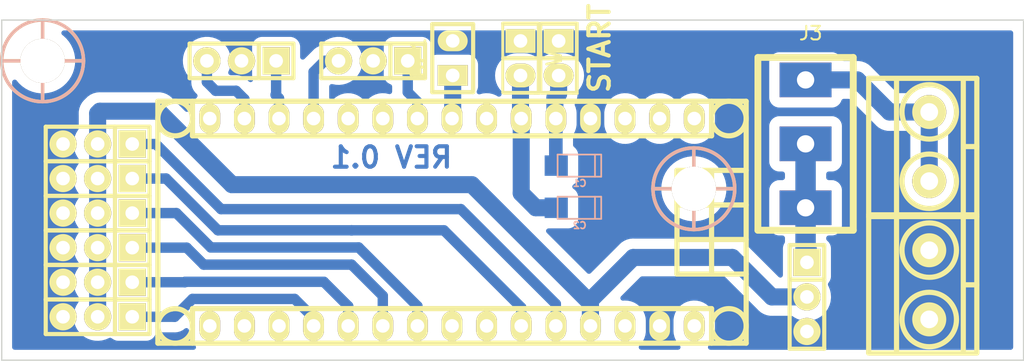
<source format=kicad_pcb>
(kicad_pcb (version 20211014) (generator pcbnew)
  (title_block (date "jeu. 02 avril 2015"))
  (layers (0 "F.Cu" signal) (31 "B.Cu" signal) (34 "B.Paste" user) (35 "F.Paste" user) (36 "B.SilkS" user "B.Silkscreen") (37 "F.SilkS" user "F.Silkscreen") (38 "B.Mask" user) (39 "F.Mask" user) (44 "Edge.Cuts" user))
  (net 0 "")
  (net 1 "GND")
  (net 2 "/Vin")
  (net 3 "/START")
  (net 4 "/ESTRATEGIA")
  (net 5 "/BUZZER")
  (net 6 "/TATAMI_FI")
  (net 7 "/TATAMI_FD")
  (net 8 "+5V")
  (net 9 "/M1B")
  (net 10 "/M1A")
  (net 11 "/M2B")
  (net 12 "/M2A")
  (net 13 "/VBAT")
  (net 14 "/Vstep")
  (net 15 "/IR_D")
  (net 16 "/IR_I")
  (net 17 "+3V3")
  (net 18 "/AREF")
  (net 19 "/IR_FD")
  (net 20 "/IR_FI")
  (footprint "EESTN5:Pin_strip_2" (layer "F.Cu") (at 155.6 111.8 90)
    (fp_text reference "BZ1" (at 0 -2.5 90) (layer "F.SilkS") (effects (font (size 1.016 1.016) (thickness 0.2032))))
    (fp_text value "Buzzer" hide)
    (fp_line (start -2.5 -1.5) (end 2.5 -1.5) (layer "F.SilkS") (width 0.3048))
    (fp_line (start 2.5 -1.5) (end 2.5 1.5) (layer "F.SilkS") (width 0.3048))
    (fp_line (start -2.5 1.5) (end -2.5 -1.5) (layer "F.SilkS") (width 0.3048))
    (fp_line (start 2.5 1.5) (end -2.5 1.5) (layer "F.SilkS") (width 0.3048))
    (pad "1" thru_hole rect locked (at -1.27 0 90) (size 1.524 2.19964) (drill 1.00076) (layers *.Cu *.Mask "F.SilkS") (net 5 "/BUZZER"))
    (pad "2" thru_hole oval locked (at 1.27 0 90) (size 1.524 2.19964) (drill 1.00076) (layers *.Cu *.Mask "F.SilkS") (net 1 "GND"))
  )
  (footprint "EESTN5:Pin_Strip_3" (layer "F.Cu") (at 129.54 125.73 180)
    (fp_text reference "J7" hide)
    (fp_text value "IR_FI" hide)
    (fp_line (start 3.81 -1.27) (end 3.81 1.27) (layer "F.SilkS") (width 0.3048))
    (fp_line (start -3.81 -1.27) (end 3.81 -1.27) (layer "F.SilkS") (width 0.3048))
    (fp_line (start 3.81 1.27) (end -3.81 1.27) (layer "F.SilkS") (width 0.3048))
    (fp_line (start -3.81 -1.27) (end -3.81 1.27) (layer "F.SilkS") (width 0.3048))
    (fp_line (start -1.27 -1.27) (end -1.27 1.27) (layer "F.SilkS") (width 0.3048))
    (pad "1" thru_hole rect locked (at -2.54 0 180) (size 2 2) (drill 1) (layers *.Cu *.Mask "F.SilkS") (net 20 "/IR_FI"))
    (pad "2" thru_hole oval locked (at 0 0 180) (size 2 2) (drill 1) (layers *.Cu *.Mask "F.SilkS") (net 8 "+5V"))
    (pad "3" thru_hole oval locked (at 2.54 0 180) (size 2 2) (drill 1) (layers *.Cu *.Mask "F.SilkS") (net 1 "GND"))
  )
  (footprint "EESTN5:Pin_Strip_3" (layer "F.Cu") (at 149.76 112 180)
    (fp_text reference "J12" hide)
    (fp_text value "MOTOR_DER" hide)
    (fp_line (start -1.27 -1.27) (end -1.27 1.27) (layer "F.SilkS") (width 0.3048))
    (fp_line (start -3.81 -1.27) (end -3.81 1.27) (layer "F.SilkS") (width 0.3048))
    (fp_line (start 3.81 1.27) (end -3.81 1.27) (layer "F.SilkS") (width 0.3048))
    (fp_line (start -3.81 -1.27) (end 3.81 -1.27) (layer "F.SilkS") (width 0.3048))
    (fp_line (start 3.81 -1.27) (end 3.81 1.27) (layer "F.SilkS") (width 0.3048))
    (pad "1" thru_hole rect locked (at -2.54 0 180) (size 2 2) (drill 1) (layers *.Cu *.Mask "F.SilkS") (net 9 "/M1B"))
    (pad "2" thru_hole oval locked (at 0 0 180) (size 2 2) (drill 1) (layers *.Cu *.Mask "F.SilkS") (net 1 "GND"))
    (pad "3" thru_hole oval locked (at 2.54 0 180) (size 2 2) (drill 1) (layers *.Cu *.Mask "F.SilkS") (net 10 "/M1A"))
  )
  (footprint "EESTN5:Separador_M3_5mm" (layer "F.Cu") (at 173.3 121.4)
    (fp_text reference "P4" hide)
    (fp_text value "Mounting_Hole" hide)
    (fp_line (start 0 -3) (end 0 3) (layer "B.SilkS") (width 0.254))
    (fp_line (start -3 0) (end 3 0) (layer "B.SilkS") (width 0.254))
    (fp_circle (center 0 0) (end 3 0) (layer "B.SilkS") (width 0.254) (fill none))
    (fp_line (start 0 -3) (end 0 3) (layer "F.SilkS") (width 0.254))
    (fp_line (start -3 0) (end 3 0) (layer "F.SilkS") (width 0.254))
    (fp_circle (center 0 0) (end 3 0) (layer "F.SilkS") (width 0.254) (fill none))
    (pad "1" thru_hole circle locked (at 0 0) (size 3.25 3.25) (drill 3.25) (layers *.Cu "F.SilkS"))
  )
  (footprint "EESTN5:Pin_Header_2" (layer "F.Cu") (at 163.6927 111.80695 -90)
    (fp_text reference "SW1" hide)
    (fp_text value "START" (at -0.73 -2.6825 -90) (layer "F.SilkS") (effects (font (size 1.5 1.5) (thickness 0.3))))
    (fp_line (start 2.6035 -1.0795) (end -2.54 -1.0795) (layer "F.SilkS") (width 0.15))
    (fp_line (start -2.54 1.5875) (end -2.54 -0.9525) (layer "F.SilkS") (width 0.3048))
    (fp_line (start 2.6035 -1.0795) (end 2.6035 -0.6985) (layer "F.SilkS") (width 0.15))
    (fp_line (start 2.54 1.5875) (end -2.54 1.5875) (layer "F.SilkS") (width 0.15))
    (fp_line (start -2.6035 -0.889) (end -2.6035 -1.0795) (layer "F.SilkS") (width 0.15))
    (fp_line (start 2.6035 1.5875) (end 2.6035 -0.9525) (layer "F.SilkS") (width 0.15))
    (fp_line (start 2.54 1.651) (end 2.54 -1.016) (layer "F.SilkS") (width 0.15))
    (fp_line (start 2.4765 -1.016) (end 2.4765 1.5875) (layer "F.SilkS") (width 0.15))
    (fp_line (start 0 -0.9525) (end 0 1.5875) (layer "F.SilkS") (width 0.3048))
    (fp_line (start -2.54 -0.9525) (end 2.54 -0.9525) (layer "F.SilkS") (width 0.15))
    (fp_line (start 2.54 1.651) (end -2.6035 1.651) (layer "F.SilkS") (width 0.15))
    (pad "1" thru_hole rect locked (at -1.27 0.3175 270) (size 1.75 2.19964) (drill 1.00076) (layers *.Cu *.Mask "F.SilkS") (net 1 "GND"))
    (pad "2" thru_hole oval locked (at 1.27 0.3175 270) (size 1.75 2.19964) (drill 1.00076) (layers *.Cu *.Mask "F.SilkS") (net 3 "/START"))
  )
  (footprint "EESTN5:Pin_Header_2" (layer "F.Cu") (at 160.8927 111.80695 -90)
    (fp_text reference "SW2" (at 0 -2.159 90) (layer "F.SilkS") (effects (font (size 1.016 1.016) (thickness 0.2032))))
    (fp_text value "ESTRATEGIA" hide)
    (fp_line (start 2.54 1.5875) (end -2.54 1.5875) (layer "F.SilkS") (width 0.15))
    (fp_line (start 2.6035 1.5875) (end 2.6035 -0.9525) (layer "F.SilkS") (width 0.15))
    (fp_line (start 2.6035 -1.0795) (end -2.54 -1.0795) (layer "F.SilkS") (width 0.15))
    (fp_line (start 2.4765 -1.016) (end 2.4765 1.5875) (layer "F.SilkS") (width 0.15))
    (fp_line (start -2.54 -0.9525) (end 2.54 -0.9525) (layer "F.SilkS") (width 0.15))
    (fp_line (start 2.54 1.651) (end -2.6035 1.651) (layer "F.SilkS") (width 0.15))
    (fp_line (start 2.54 1.651) (end 2.54 -1.016) (layer "F.SilkS") (width 0.15))
    (fp_line (start -2.6035 -0.889) (end -2.6035 -1.0795) (layer "F.SilkS") (width 0.15))
    (fp_line (start 0 -0.9525) (end 0 1.5875) (layer "F.SilkS") (width 0.3048))
    (fp_line (start -2.54 1.5875) (end -2.54 -0.9525) (layer "F.SilkS") (width 0.3048))
    (fp_line (start 2.6035 -1.0795) (end 2.6035 -0.6985) (layer "F.SilkS") (width 0.15))
    (pad "1" thru_hole rect locked (at -1.27 0.3175 270) (size 1.75 2.19964) (drill 1.00076) (layers *.Cu *.Mask "F.SilkS") (net 1 "GND"))
    (pad "2" thru_hole oval locked (at 1.27 0.3175 270) (size 1.75 2.19964) (drill 1.00076) (layers *.Cu *.Mask "F.SilkS") (net 4 "/ESTRATEGIA"))
  )
  (footprint "EESTN5:BORNERA2_AZUL" (layer "F.Cu") (at 190.57625 128.46 90)
    (fp_text reference "J1" hide)
    (fp_text value "Bateria (+)" hide)
    (fp_line (start -5 -2.4) (end 5 -2.4) (layer "F.SilkS") (width 0.381))
    (fp_line (start -5.0165 -4.445) (end -5.0165 3.4925) (layer "F.SilkS") (width 0.381))
    (fp_line (start -5 2.5) (end 5 2.5) (layer "F.SilkS") (width 0.381))
    (fp_line (start 5.0165 3.4925) (end 5.0165 -4.445) (layer "F.SilkS") (width 0.381))
    (fp_line (start 5.0165 -4.445) (end -4.9835 -4.445) (layer "F.SilkS") (width 0.381))
    (fp_line (start 0 2.54) (end 0 3.4845) (layer "F.SilkS") (width 0.381))
    (fp_line (start -4.9835 3.4925) (end 5.0165 3.4925) (layer "F.SilkS") (width 0.381))
    (fp_circle (center 2.55 0) (end 0.55 0) (layer "F.SilkS") (width 0.381) (fill none))
    (fp_circle (center -2.55 0) (end -0.55 0) (layer "F.SilkS") (width 0.381) (fill none))
    (pad "1" thru_hole circle locked (at -2.54 0 90) (size 2.5 2.5) (drill 1.3) (layers *.Cu *.Mask "F.SilkS") (net 1 "GND"))
    (pad "2" thru_hole circle locked (at 2.54 0 90) (size 2.5 2.5) (drill 1.3) (layers *.Cu *.Mask "F.SilkS") (net 1 "GND"))
  )
  (footprint "EESTN5:Separador_M3_5mm" (layer "F.Cu") (at 125.5 112)
    (fp_text reference "P3" hide)
    (fp_text value "Mounting_Hole" hide)
    (fp_line (start -3 0) (end 3 0) (layer "B.SilkS") (width 0.254))
    (fp_line (start 0 -3) (end 0 3) (layer "B.SilkS") (width 0.254))
    (fp_circle (center 0 0) (end 3 0) (layer "B.SilkS") (width 0.254) (fill none))
    (fp_line (start -3 0) (end 3 0) (layer "F.SilkS") (width 0.254))
    (fp_line (start 0 -3) (end 0 3) (layer "F.SilkS") (width 0.254))
    (fp_circle (center 0 0) (end 3 0) (layer "F.SilkS") (width 0.254) (fill none))
    (pad "1" thru_hole circle locked (at 0 0) (size 3.25 3.25) (drill 3.25) (layers *.Cu "F.SilkS"))
  )
  (footprint "EESTN5:BORNERA2_AZUL" (layer "F.Cu") (at 190.57625 118.3 90)
    (fp_text reference "J2" hide)
    (fp_text value "Bateria (-)" hide)
    (fp_line (start -5 -2.4) (end 5 -2.4) (layer "F.SilkS") (width 0.381))
    (fp_line (start 5.0165 3.4925) (end 5.0165 -4.445) (layer "F.SilkS") (width 0.381))
    (fp_line (start -4.9835 3.4925) (end 5.0165 3.4925) (layer "F.SilkS") (width 0.381))
    (fp_line (start 5.0165 -4.445) (end -4.9835 -4.445) (layer "F.SilkS") (width 0.381))
    (fp_line (start -5.0165 -4.445) (end -5.0165 3.4925) (layer "F.SilkS") (width 0.381))
    (fp_line (start 0 2.54) (end 0 3.4845) (layer "F.SilkS") (width 0.381))
    (fp_line (start -5 2.5) (end 5 2.5) (layer "F.SilkS") (width 0.381))
    (fp_circle (center -2.55 0) (end -0.55 0) (layer "F.SilkS") (width 0.381) (fill none))
    (fp_circle (center 2.55 0) (end 0.55 0) (layer "F.SilkS") (width 0.381) (fill none))
    (pad "1" thru_hole circle locked (at -2.54 0 90) (size 2.5 2.5) (drill 1.3) (layers *.Cu *.Mask "F.SilkS") (net 13 "/VBAT"))
    (pad "2" thru_hole circle locked (at 2.54 0 90) (size 2.5 2.5) (drill 1.3) (layers *.Cu *.Mask "F.SilkS") (net 13 "/VBAT"))
  )
  (footprint "EESTN5:SW_SPDT_TH_Vertical" (layer "F.Cu") (at 181.5 118.1)
    (fp_text reference "J3" (at 0.381 -8.128) (layer "F.SilkS"))
    (fp_text value "SWITCH" hide)
    (fp_line (start 3.5 -6.35) (end -3.5 -6.35) (layer "F.SilkS") (width 0.5))
    (fp_line (start 3.5 -6.35) (end 3.5 6.35) (layer "F.SilkS") (width 0.508))
    (fp_line (start -3.5 6.35) (end 3.5 6.35) (layer "F.SilkS") (width 0.508))
    (fp_line (start -3.5 -6.35) (end -3.5 6.35) (layer "F.SilkS") (width 0.5))
    (pad "1" thru_hole rect locked (at 0 -4.7) (size 3.81 2.54) (drill 1.27) (layers *.Cu *.Mask) (net 13 "/VBAT"))
    (pad "2" thru_hole rect locked (at 0 0) (size 3.81 2.54) (drill 1.27) (layers *.Cu *.Mask) (net 14 "/Vstep"))
    (pad "3" thru_hole rect locked (at 0 4.7) (size 3.81 2.54) (drill 1.27) (layers *.Cu *.Mask) (net 14 "/Vstep"))
  )
  (footprint "EESTN5:Pin_Strip_3" (layer "F.Cu") (at 129.54 120.65 180)
    (fp_text reference "J5" hide)
    (fp_text value "Sensor TATAMI FD" hide)
    (fp_line (start -1.27 -1.27) (end -1.27 1.27) (layer "F.SilkS") (width 0.3048))
    (fp_line (start 3.81 1.27) (end -3.81 1.27) (layer "F.SilkS") (width 0.3048))
    (fp_line (start -3.81 -1.27) (end -3.81 1.27) (layer "F.SilkS") (width 0.3048))
    (fp_line (start 3.81 -1.27) (end 3.81 1.27) (layer "F.SilkS") (width 0.3048))
    (fp_line (start -3.81 -1.27) (end 3.81 -1.27) (layer "F.SilkS") (width 0.3048))
    (pad "1" thru_hole rect locked (at -2.54 0 180) (size 2 2) (drill 1) (layers *.Cu *.Mask "F.SilkS") (net 7 "/TATAMI_FD"))
    (pad "2" thru_hole oval locked (at 0 0 180) (size 2 2) (drill 1) (layers *.Cu *.Mask "F.SilkS") (net 8 "+5V"))
    (pad "3" thru_hole oval locked (at 2.54 0 180) (size 2 2) (drill 1) (layers *.Cu *.Mask "F.SilkS") (net 1 "GND"))
  )
  (footprint "EESTN5:Pin_Strip_3" (layer "F.Cu") (at 140.1 112 180)
    (fp_text reference "J11" hide)
    (fp_text value "MOTOR_IZQ" hide)
    (fp_line (start 3.81 1.27) (end -3.81 1.27) (layer "F.SilkS") (width 0.3048))
    (fp_line (start 3.81 -1.27) (end 3.81 1.27) (layer "F.SilkS") (width 0.3048))
    (fp_line (start -3.81 -1.27) (end -3.81 1.27) (layer "F.SilkS") (width 0.3048))
    (fp_line (start -3.81 -1.27) (end 3.81 -1.27) (layer "F.SilkS") (width 0.3048))
    (fp_line (start -1.27 -1.27) (end -1.27 1.27) (layer "F.SilkS") (width 0.3048))
    (pad "1" thru_hole rect locked (at -2.54 0 180) (size 2 2) (drill 1) (layers *.Cu *.Mask "F.SilkS") (net 11 "/M2B"))
    (pad "2" thru_hole oval locked (at 0 0 180) (size 2 2) (drill 1) (layers *.Cu *.Mask "F.SilkS") (net 1 "GND"))
    (pad "3" thru_hole oval locked (at 2.54 0 180) (size 2 2) (drill 1) (layers *.Cu *.Mask "F.SilkS") (net 12 "/M2A"))
  )
  (footprint "EESTN5:Pin_Strip_3" (layer "F.Cu") (at 129.54 130.81 180)
    (fp_text reference "J10" hide)
    (fp_text value "IR_D" hide)
    (fp_line (start 3.81 -1.27) (end 3.81 1.27) (layer "F.SilkS") (width 0.3048))
    (fp_line (start -3.81 -1.27) (end 3.81 -1.27) (layer "F.SilkS") (width 0.3048))
    (fp_line (start 3.81 1.27) (end -3.81 1.27) (layer "F.SilkS") (width 0.3048))
    (fp_line (start -1.27 -1.27) (end -1.27 1.27) (layer "F.SilkS") (width 0.3048))
    (fp_line (start -3.81 -1.27) (end -3.81 1.27) (layer "F.SilkS") (width 0.3048))
    (pad "1" thru_hole rect locked (at -2.54 0 180) (size 2 2) (drill 1) (layers *.Cu *.Mask "F.SilkS") (net 15 "/IR_D"))
    (pad "2" thru_hole oval locked (at 0 0 180) (size 2 2) (drill 1) (layers *.Cu *.Mask "F.SilkS") (net 8 "+5V"))
    (pad "3" thru_hole oval locked (at 2.54 0 180) (size 2 2) (drill 1) (layers *.Cu *.Mask "F.SilkS") (net 1 "GND"))
  )
  (footprint "EESTN5:Pin_Strip_3" (layer "F.Cu") (at 181.6 129.35 -90)
    (fp_text reference "J6" hide)
    (fp_text value "STEP_DOWN" hide)
    (fp_line (start -1.27 -1.27) (end -1.27 1.27) (layer "F.SilkS") (width 0.3048))
    (fp_line (start 3.81 1.27) (end -3.81 1.27) (layer "F.SilkS") (width 0.3048))
    (fp_line (start -3.81 -1.27) (end 3.81 -1.27) (layer "F.SilkS") (width 0.3048))
    (fp_line (start -3.81 -1.27) (end -3.81 1.27) (layer "F.SilkS") (width 0.3048))
    (fp_line (start 3.81 -1.27) (end 3.81 1.27) (layer "F.SilkS") (width 0.3048))
    (pad "1" thru_hole rect locked (at -2.54 0 270) (size 2 2) (drill 1) (layers *.Cu *.Mask "F.SilkS") (net 14 "/Vstep"))
    (pad "2" thru_hole oval locked (at 0 0 270) (size 2 2) (drill 1) (layers *.Cu *.Mask "F.SilkS") (net 8 "+5V"))
    (pad "3" thru_hole oval locked (at 2.54 0 270) (size 2 2) (drill 1) (layers *.Cu *.Mask "F.SilkS") (net 1 "GND"))
  )
  (footprint "EESTN5:Pin_Strip_3" (layer "F.Cu") (at 129.54 123.19 180)
    (fp_text reference "J9" hide)
    (fp_text value "IR_I" hide)
    (fp_line (start 3.81 -1.27) (end 3.81 1.27) (layer "F.SilkS") (width 0.3048))
    (fp_line (start -3.81 -1.27) (end -3.81 1.27) (layer "F.SilkS") (width 0.3048))
    (fp_line (start 3.81 1.27) (end -3.81 1.27) (layer "F.SilkS") (width 0.3048))
    (fp_line (start -3.81 -1.27) (end 3.81 -1.27) (layer "F.SilkS") (width 0.3048))
    (fp_line (start -1.27 -1.27) (end -1.27 1.27) (layer "F.SilkS") (width 0.3048))
    (pad "1" thru_hole rect locked (at -2.54 0 180) (size 2 2) (drill 1) (layers *.Cu *.Mask "F.SilkS") (net 16 "/IR_I"))
    (pad "2" thru_hole oval locked (at 0 0 180) (size 2 2) (drill 1) (layers *.Cu *.Mask "F.SilkS") (net 8 "+5V"))
    (pad "3" thru_hole oval locked (at 2.54 0 180) (size 2 2) (drill 1) (layers *.Cu *.Mask "F.SilkS") (net 1 "GND"))
  )
  (footprint "EESTN5:arduino_nano_header" (layer "F.Cu") (at 155.55 123.86 180)
    (fp_text reference "J13" hide)
    (fp_text value "Arduino_Nano_Header" hide)
    (fp_line (start 21.59 -8.89) (end -21.59 -8.89) (layer "F.SilkS") (width 0.381))
    (fp_line (start -16.51 -1.27) (end -21.59 -1.27) (layer "F.SilkS") (width 0.381))
    (fp_line (start 19.05 8.89) (end 19.05 6.35) (layer "F.SilkS") (width 0.381))
    (fp_line (start -19.05 -8.89) (end -19.05 -6.35) (layer "F.SilkS") (width 0.381))
    (fp_line (start -19.05 6.35) (end 19.05 6.35) (layer "F.SilkS") (width 0.381))
    (fp_line (start -21.59 8.89) (end 21.59 8.89) (layer "F.SilkS") (width 0.381))
    (fp_line (start -21.59 -3.81) (end -16.51 -3.81) (layer "F.SilkS") (width 0.381))
    (fp_line (start 19.05 -6.35) (end -19.05 -6.35) (layer "F.SilkS") (width 0.381))
    (fp_line (start -19.05 -3.81) (end -19.05 3.81) (layer "F.SilkS") (width 0.381))
    (fp_line (start -19.05 8.89) (end -19.05 6.35) (layer "F.SilkS") (width 0.381))
    (fp_line (start -16.51 -3.81) (end -16.51 3.81) (layer "F.SilkS") (width 0.381))
    (fp_line (start -16.51 3.81) (end -21.59 3.81) (layer "F.SilkS") (width 0.381))
    (fp_line (start 19.05 -6.35) (end 19.05 -8.89) (layer "F.SilkS") (width 0.381))
    (fp_line (start -21.59 8.89) (end -21.59 -8.89) (layer "F.SilkS") (width 0.381))
    (fp_line (start -16.51 1.27) (end -21.59 1.27) (layer "F.SilkS") (width 0.381))
    (fp_line (start 21.59 8.89) (end 21.59 -8.89) (layer "F.SilkS") (width 0.381))
    (fp_circle (center -20.32 -7.62) (end -21.59 -7.62) (layer "F.SilkS") (width 0.381) (fill none))
    (fp_circle (center 20.32 7.62) (end 21.59 7.62) (layer "F.SilkS") (width 0.381) (fill none))
    (fp_circle (center 20.32 -7.62) (end 21.59 -7.62) (layer "F.SilkS") (width 0.381) (fill none))
    (fp_circle (center -20.32 7.62) (end -21.59 7.62) (layer "F.SilkS") (width 0.381) (fill none))
    (pad "1" thru_hole oval locked (at -17.78 7.62 180) (size 1.524 2.19964) (drill 1.00076) (layers *.Cu *.Mask "F.SilkS"))
    (pad "2" thru_hole oval locked (at -15.24 7.62 180) (size 1.524 2.19964) (drill 1.00076) (layers *.Cu *.Mask "F.SilkS"))
    (pad "3" thru_hole oval locked (at -12.7 7.62 180) (size 1.524 2.19964) (drill 1.00076) (layers *.Cu *.Mask "F.SilkS"))
    (pad "4" thru_hole oval locked (at -10.16 7.62 180) (size 1.524 2.19964) (drill 1.00076) (layers *.Cu *.Mask "F.SilkS") (net 1 "GND"))
    (pad "5" thru_hole oval locked (at -7.62 7.62 180) (size 1.524 2.19964) (drill 1.00076) (layers *.Cu *.Mask "F.SilkS") (net 3 "/START"))
    (pad "6" thru_hole oval locked (at -5.08 7.62 180) (size 1.524 2.19964) (drill 1.00076) (layers *.Cu *.Mask "F.SilkS") (net 4 "/ESTRATEGIA"))
    (pad "7" thru_hole oval locked (at -2.54 7.62 180) (size 1.524 2.19964) (drill 1.00076) (layers *.Cu *.Mask "F.SilkS"))
    (pad "8" thru_hole oval locked (at 0 7.62 180) (size 1.524 2.19964) (drill 1.00076) (layers *.Cu *.Mask "F.SilkS") (net 5 "/BUZZER"))
    (pad "9" thru_hole oval locked (at 2.54 7.62 180) (size 1.524 2.19964) (drill 1.00076) (layers *.Cu *.Mask "F.SilkS") (net 9 "/M1B"))
    (pad "10" thru_hole oval locked (at 5.08 7.62 180) (size 1.524 2.19964) (drill 1.00076) (layers *.Cu *.Mask "F.SilkS"))
    (pad "11" thru_hole oval locked (at 7.62 7.62 180) (size 1.524 2.19964) (drill 1.00076) (layers *.Cu *.Mask "F.SilkS"))
    (pad "12" thru_hole oval locked (at 10.16 7.62 180) (size 1.524 2.19964) (drill 1.00076) (layers *.Cu *.Mask "F.SilkS") (net 10 "/M1A"))
    (pad "13" thru_hole oval locked (at 12.7 7.62 180) (size 1.524 2.19964) (drill 1.00076) (layers *.Cu *.Mask "F.SilkS") (net 11 "/M2B"))
    (pad "14" thru_hole oval locked (at 15.24 7.62 180) (size 1.524 2.19964) (drill 1.00076) (layers *.Cu *.Mask "F.SilkS") (net 12 "/M2A"))
    (pad "15" thru_hole oval locked (at 17.78 7.62 180) (size 1.524 2.19964) (drill 1.00076) (layers *.Cu *.Mask "F.SilkS"))
    (pad "16" thru_hole oval locked (at 17.78 -7.62 180) (size 1.524 2.19964) (drill 1.00076) (layers *.Cu *.Mask "F.SilkS"))
    (pad "17" thru_hole oval locked (at 15.24 -7.62 180) (size 1.524 2.19964) (drill 1.00076) (layers *.Cu *.Mask "F.SilkS") (net 17 "+3V3"))
    (pad "18" thru_hole oval locked (at 12.7 -7.62 180) (size 1.524 2.19964) (drill 1.00076) (layers *.Cu *.Mask "F.SilkS") (net 18 "/AREF"))
    (pad "19" thru_hole oval locked (at 10.16 -7.62 180) (size 1.524 2.19964) (drill 1.00076) (layers *.Cu *.Mask "F.SilkS") (net 15 "/IR_D"))
    (pad "20" thru_hole oval locked (at 7.62 -7.62 180) (size 1.524 2.1971) (drill 1.00076) (layers *.Cu *.Mask "F.SilkS") (net 19 "/IR_FD"))
    (pad "21" thru_hole oval locked (at 5.08 -7.62 180) (size 1.524 2.1971) (drill 1.00076) (layers *.Cu *.Mask "F.SilkS") (net 20 "/IR_FI"))
    (pad "22" thru_hole oval locked (at 2.54 -7.62 180) (size 1.524 2.1971) (drill 1.00076) (layers *.Cu *.Mask "F.SilkS") (net 16 "/IR_I"))
    (pad "23" thru_hole oval locked (at 0 -7.62 180) (size 1.524 2.1971) (drill 1.00076) (layers *.Cu *.Mask "F.SilkS"))
    (pad "24" thru_hole oval locked (at -2.54 -7.62 180) (size 1.524 2.1971) (drill 0.99822) (layers *.Cu *.Mask "F.SilkS"))
    (pad "25" thru_hole oval locked (at -5.08 -7.62 180) (size 1.524 2.1971) (drill 0.99822) (layers *.Cu *.Mask "F.SilkS") (net 7 "/TATAMI_FD"))
    (pad "26" thru_hole oval locked (at -7.62 -7.62 180) (size 1.524 2.1971) (drill 0.99822) (layers *.Cu *.Mask "F.SilkS") (net 6 "/TATAMI_FI"))
    (pad "27" thru_hole oval locked (at -10.16 -7.62 180) (size 1.524 2.1971) (drill 0.99822) (layers *.Cu *.Mask "F.SilkS") (net 8 "+5V"))
    (pad "28" thru_hole oval locked (at -12.7 -7.62 180) (size 1.524 2.1971) (drill 0.99822) (layers *.Cu *.Mask "F.SilkS"))
    (pad "29" thru_hole oval locked (at -15.24 -7.62 180) (size 1.524 2.1971) (drill 0.99822) (layers *.Cu *.Mask "F.SilkS") (net 1 "GND"))
    (pad "30" thru_hole oval locked (at -17.78 -7.62 180) (size 1.524 2.1971) (drill 0.99822) (layers *.Cu *.Mask "F.SilkS") (net 2 "/Vin"))
  )
  (footprint "EESTN5:Pin_Strip_3" (layer "F.Cu") (at 129.54 128.27 180)
    (fp_text reference "J4" hide)
    (fp_text value "IR_FD" hide)
    (fp_line (start 3.81 1.27) (end -3.81 1.27) (layer "F.SilkS") (width 0.3048))
    (fp_line (start -3.81 -1.27) (end -3.81 1.27) (layer "F.SilkS") (width 0.3048))
    (fp_line (start -1.27 -1.27) (end -1.27 1.27) (layer "F.SilkS") (width 0.3048))
    (fp_line (start 3.81 -1.27) (end 3.81 1.27) (layer "F.SilkS") (width 0.3048))
    (fp_line (start -3.81 -1.27) (end 3.81 -1.27) (layer "F.SilkS") (width 0.3048))
    (pad "1" thru_hole rect locked (at -2.54 0 180) (size 2 2) (drill 1) (layers *.Cu *.Mask "F.SilkS") (net 19 "/IR_FD"))
    (pad "2" thru_hole oval locked (at 0 0 180) (size 2 2) (drill 1) (layers *.Cu *.Mask "F.SilkS") (net 8 "+5V"))
    (pad "3" thru_hole oval locked (at 2.54 0 180) (size 2 2) (drill 1) (layers *.Cu *.Mask "F.SilkS") (net 1 "GND"))
  )
  (footprint "EESTN5:Pin_Strip_3" (layer "F.Cu") (at 129.54 118.11 180)
    (fp_text reference "J8" hide)
    (fp_text value "Sensor TATAMI FI" hide)
    (fp_line (start -3.81 -1.27) (end -3.81 1.27) (layer "F.SilkS") (width 0.3048))
    (fp_line (start -3.81 -1.27) (end 3.81 -1.27) (layer "F.SilkS") (width 0.3048))
    (fp_line (start 3.81 -1.27) (end 3.81 1.27) (layer "F.SilkS") (width 0.3048))
    (fp_line (start 3.81 1.27) (end -3.81 1.27) (layer "F.SilkS") (width 0.3048))
    (fp_line (start -1.27 -1.27) (end -1.27 1.27) (layer "F.SilkS") (width 0.3048))
    (pad "1" thru_hole rect locked (at -2.54 0 180) (size 2 2) (drill 1) (layers *.Cu *.Mask "F.SilkS") (net 6 "/TATAMI_FI"))
    (pad "2" thru_hole oval locked (at 0 0 180) (size 2 2) (drill 1) (layers *.Cu *.Mask "F.SilkS") (net 8 "+5V"))
    (pad "3" thru_hole oval locked (at 2.54 0 180) (size 2 2) (drill 1) (layers *.Cu *.Mask "F.SilkS") (net 1 "GND"))
  )
  (footprint "EESTN5:CAP_TAN_A" (layer "B.Cu") (at 164.9 122.8)
    (fp_text reference "C2" (at 0.0254 1.2954) (layer "B.SilkS") (effects (font (size 0.50038 0.50038) (thickness 0.11938)) (justify mirror)))
    (fp_text value "10uF 16V" hide)
    (fp_line (start 1.6002 0.8128) (end -1.6002 0.8128) (layer "B.SilkS") (width 0.127))
    (fp_line (start -1.6002 -0.8128) (end 1.6002 -0.8128) (layer "B.SilkS") (width 0.127))
    (fp_line (start 1.6002 -0.8128) (end 1.6002 0.8128) (layer "B.SilkS") (width 0.127))
    (fp_line (start -1.6002 0.8128) (end -1.6002 -0.8128) (layer "B.SilkS") (width 0.127))
    (fp_line (start 1.143 -0.8128) (end 1.143 0.8128) (layer "B.SilkS") (width 0.127))
    (pad "1" smd rect locked (at -1.7 0) (size 1.7 1.5) (layers "B.Cu" "B.Paste" "B.Mask") (net 4 "/ESTRATEGIA"))
    (pad "2" smd rect locked (at 1.7 0) (size 1.7 1.5) (layers "B.Cu" "B.Paste" "B.Mask") (net 1 "GND"))
  )
  (footprint "EESTN5:CAP_TAN_A" (layer "B.Cu") (at 164.9 119.7)
    (fp_text reference "C1" (at 0.0254 1.2954) (layer "B.SilkS") (effects (font (size 0.50038 0.50038) (thickness 0.11938)) (justify mirror)))
    (fp_text value "10uF 16V" hide)
    (fp_line (start 1.6002 0.8128) (end -1.6002 0.8128) (layer "B.SilkS") (width 0.127))
    (fp_line (start -1.6002 -0.8128) (end 1.6002 -0.8128) (layer "B.SilkS") (width 0.127))
    (fp_line (start 1.6002 -0.8128) (end 1.6002 0.8128) (layer "B.SilkS") (width 0.127))
    (fp_line (start 1.143 -0.8128) (end 1.143 0.8128) (layer "B.SilkS") (width 0.127))
    (fp_line (start -1.6002 0.8128) (end -1.6002 -0.8128) (layer "B.SilkS") (width 0.127))
    (pad "1" smd rect locked (at -1.7 0) (size 1.7 1.5) (layers "B.Cu" "B.Paste" "B.Mask") (net 3 "/START"))
    (pad "2" smd rect locked (at 1.7 0) (size 1.7 1.5) (layers "B.Cu" "B.Paste" "B.Mask") (net 1 "GND"))
  )
  (gr_line (start 197.5 134) (end 197.5 109) (layer "Edge.Cuts") (width 0.1))
  (gr_line (start 197.5 109) (end 122.5 109) (layer "Edge.Cuts") (width 0.1))
  (gr_line (start 122.5 134) (end 122.5 109) (layer "Edge.Cuts") (width 0.1))
  (gr_line (start 122.5 134) (end 197.5 134) (layer "Edge.Cuts") (width 0.1))
  (gr_text "REV 0.1" (at 151.1 119.1) (layer "B.Cu") (effects (font (size 1.5 1.5) (thickness 0.3)) (justify mirror)))
  (segment (start 189.68625 131.89) (end 190.57625 131) (width 1.25) (layer "B.Cu") (net 1))
  (segment (start 181.6 131.89) (end 189.68625 131.89) (width 1.25) (layer "B.Cu") (net 1))
  (segment (start 171.2 128.5) (end 174.7 128.5) (width 1.25) (layer "B.Cu") (net 1))
  (segment (start 181.6 131.89) (end 178.09 131.89) (width 1.25) (layer "B.Cu") (net 1))
  (segment (start 170.79 130.49) (end 170.8 130.48) (width 1.25) (layer "B.Cu") (net 1))
  (segment (start 170.79 131.48) (end 170.79 130.49) (width 1.25) (layer "B.Cu") (net 1))
  (segment (start 190.57625 125.92) (end 190.57625 131) (width 1.25) (layer "B.Cu") (net 1))
  (segment (start 178.09 131.89) (end 177.24 131.04) (width 1.25) (layer "B.Cu") (net 1))
  (segment (start 174.7 128.5) (end 177.24 131.04) (width 1.25) (layer "B.Cu") (net 1))
  (segment (start 170.8 130.48) (end 170.8 128.9) (width 1.25) (layer "B.Cu") (net 1))
  (segment (start 170.8 128.9) (end 171.2 128.5) (width 1.25) (layer "B.Cu") (net 1))
  (segment (start 163.17 119.67) (end 163.2 119.7) (width 1) (layer "B.Cu") (net 3))
  (segment (start 163.1 116.17) (end 163.17 116.24) (width 1.25) (layer "B.Cu") (net 3))
  (segment (start 163.3752 114.4248) (end 163.1 114.7) (width 1.25) (layer "B.Cu") (net 3))
  (segment (start 163.3752 113.07695) (end 163.3752 114.4248) (width 1.25) (layer "B.Cu") (net 3))
  (segment (start 163.1 114.7) (end 163.1 116.17) (width 1.25) (layer "B.Cu") (net 3))
  (segment (start 163.17 116.24) (end 163.17 119.67) (width 1) (layer "B.Cu") (net 3))
  (segment (start 160.63 121.73) (end 160.63 116.24) (width 1.25) (layer "B.Cu") (net 4))
  (segment (start 160.5752 116.1852) (end 160.63 116.24) (width 1.25) (layer "B.Cu") (net 4))
  (segment (start 160.5752 113.07695) (end 160.5752 116.1852) (width 1.25) (layer "B.Cu") (net 4))
  (segment (start 163.2 122.8) (end 161.7 122.8) (width 1.25) (layer "B.Cu") (net 4))
  (segment (start 161.7 122.8) (end 160.63 121.73) (width 1.25) (layer "B.Cu") (net 4))
  (segment (start 155.6 116.19) (end 155.55 116.24) (width 1.25) (layer "B.Cu") (net 5))
  (segment (start 155.6 113.07) (end 155.6 116.19) (width 1.25) (layer "B.Cu") (net 5))
  (segment (start 133.81 118.11) (end 132.08 118.11) (width 0.762) (layer "B.Cu") (net 6))
  (segment (start 163.17 131.48) (end 163.17 129.87) (width 0.762) (layer "B.Cu") (net 6))
  (segment (start 156.2 122.9) (end 138.6 122.9) (width 0.762) (layer "B.Cu") (net 6))
  (segment (start 163.17 129.87) (end 156.2 122.9) (width 0.762) (layer "B.Cu") (net 6))
  (segment (start 138.6 122.9) (end 133.81 118.11) (width 0.762) (layer "B.Cu") (net 6))
  (segment (start 154.953621 124.453621) (end 148.17664 124.453621) (width 0.762) (layer "B.Cu") (net 7))
  (segment (start 148.176637 124.453618) (end 138.369574 124.453619) (width 0.762) (layer "B.Cu") (net 7))
  (segment (start 160.63 131.48) (end 160.63 130.13) (width 0.762) (layer "B.Cu") (net 7))
  (segment (start 134.565955 120.65) (end 132.08 120.65) (width 0.762) (layer "B.Cu") (net 7))
  (segment (start 160.63 130.13) (end 154.953621 124.453621) (width 0.762) (layer "B.Cu") (net 7))
  (segment (start 138.369574 124.453619) (end 134.565955 120.65) (width 0.762) (layer "B.Cu") (net 7))
  (segment (start 148.17664 124.453621) (end 148.176637 124.453618) (width 0.762) (layer "B.Cu") (net 7))
  (segment (start 129.54 115.86) (end 129.54 118.11) (width 1.25) (layer "B.Cu") (net 8))
  (segment (start 139.4 121.1) (end 134 115.7) (width 1.25) (layer "B.Cu") (net 8))
  (segment (start 129.54 120.65) (end 129.54 123.19) (width 1.25) (layer "B.Cu") (net 8))
  (segment (start 168.849511 126.450489) (end 176.124671 126.450489) (width 1.25) (layer "B.Cu") (net 8))
  (segment (start 165.71 129.80455) (end 157.00545 121.1) (width 1.25) (layer "B.Cu") (net 8))
  (segment (start 157.00545 121.1) (end 139.4 121.1) (width 1.25) (layer "B.Cu") (net 8))
  (segment (start 176.124671 126.450489) (end 179.024182 129.35) (width 1.25) (layer "B.Cu") (net 8))
  (segment (start 165.71 131.48) (end 165.71 129.59) (width 1.25) (layer "B.Cu") (net 8))
  (segment (start 129.54 123.19) (end 129.54 125.73) (width 1.25) (layer "B.Cu") (net 8))
  (segment (start 165.71 131.48) (end 165.71 129.80455) (width 1.25) (layer "B.Cu") (net 8))
  (segment (start 165.71 129.59) (end 168.849511 126.450489) (width 1.25) (layer "B.Cu") (net 8))
  (segment (start 134 115.7) (end 129.7 115.7) (width 1.25) (layer "B.Cu") (net 8))
  (segment (start 129.7 115.7) (end 129.54 115.86) (width 1.25) (layer "B.Cu") (net 8))
  (segment (start 129.54 125.73) (end 129.54 128.27) (width 1.25) (layer "B.Cu") (net 8))
  (segment (start 129.54 128.27) (end 129.54 130.81) (width 1.25) (layer "B.Cu") (net 8))
  (segment (start 179.024182 129.35) (end 181.6 129.35) (width 1.25) (layer "B.Cu") (net 8))
  (segment (start 129.54 118.11) (end 129.54 120.65) (width 1.25) (layer "B.Cu") (net 8))
  (segment (start 152.3 114.3) (end 153.01 115.01) (width 0.762) (layer "B.Cu") (net 9))
  (segment (start 153.01 115.01) (end 153.01 116.24) (width 0.762) (layer "B.Cu") (net 9))
  (segment (start 152.3 112) (end 152.3 114.3) (width 0.762) (layer "B.Cu") (net 9))
  (segment (start 147.22 112) (end 146.2 112) (width 0.762) (layer "B.Cu") (net 10))
  (segment (start 145.39 112.81) (end 145.39 116.24) (width 0.762) (layer "B.Cu") (net 10))
  (segment (start 146.2 112) (end 145.39 112.81) (width 0.762) (layer "B.Cu") (net 10))
  (segment (start 142.64 114.46) (end 142.64 112) (width 0.762) (layer "B.Cu") (net 11))
  (segment (start 142.85 114.75) (end 142.6 114.5) (width 0.762) (layer "B.Cu") (net 11))
  (segment (start 142.85 116.24) (end 142.85 114.75) (width 0.762) (layer "B.Cu") (net 11))
  (segment (start 142.6 114.5) (end 142.64 114.46) (width 0.762) (layer "B.Cu") (net 11))
  (segment (start 138.2 114.2) (end 137.56 113.56) (width 0.762) (layer "B.Cu") (net 12))
  (segment (start 137.56 113.56) (end 137.56 112) (width 0.762) (layer "B.Cu") (net 12))
  (segment (start 140.31 114.81) (end 139.7 114.2) (width 0.762) (layer "B.Cu") (net 12))
  (segment (start 140.31 116.24) (end 140.31 114.81) (width 0.762) (layer "B.Cu") (net 12))
  (segment (start 139.7 114.2) (end 138.2 114.2) (width 0.762) (layer "B.Cu") (net 12))
  (segment (start 181.5 113.4) (end 185.3 113.4) (width 1.25) (layer "B.Cu") (net 13))
  (segment (start 190.57625 120.84) (end 190.57625 115.76) (width 1.25) (layer "B.Cu") (net 13))
  (segment (start 185.3 113.4) (end 187.66 115.76) (width 1.25) (layer "B.Cu") (net 13))
  (segment (start 187.66 115.76) (end 190.57625 115.76) (width 1.25) (layer "B.Cu") (net 13))
  (segment (start 181.6 125.96) (end 181.5 125.86) (width 1.5) (layer "B.Cu") (net 14))
  (segment (start 181.5 125.86) (end 181.5 118.1) (width 1.5) (layer "B.Cu") (net 14))
  (segment (start 143.99966 129.49966) (end 136.50034 129.49966) (width 0.762) (layer "B.Cu") (net 15))
  (segment (start 145.39 131.48) (end 145.39 130.89) (width 0.762) (layer "B.Cu") (net 15))
  (segment (start 136.50034 129.49966) (end 135.19 130.81) (width 0.762) (layer "B.Cu") (net 15))
  (segment (start 135.19 130.81) (end 132.08 130.81) (width 0.762) (layer "B.Cu") (net 15))
  (segment (start 145.39 130.89) (end 143.99966 129.49966) (width 0.762) (layer "B.Cu") (net 15))
  (segment (start 135.321909 123.19) (end 132.08 123.19) (width 0.762) (layer "B.Cu") (net 16))
  (segment (start 148.699173 125.715128) (end 137.847037 125.715128) (width 0.762) (layer "B.Cu") (net 16))
  (segment (start 153.01 130.025955) (end 148.699173 125.715128) (width 0.762) (layer "B.Cu") (net 16))
  (segment (start 153.01 131.48) (end 153.01 130.025955) (width 0.762) (layer "B.Cu") (net 16))
  (segment (start 137.847037 125.715128) (end 135.321909 123.19) (width 0.762) (layer "B.Cu") (net 16))
  (segment (start 146.138149 128.238149) (end 135.977804 128.23815) (width 0.762) (layer "B.Cu") (net 19))
  (segment (start 135.945955 128.27) (end 132.08 128.27) (width 0.762) (layer "B.Cu") (net 19))
  (segment (start 147.93 130.03) (end 146.138149 128.238149) (width 0.762) (layer "B.Cu") (net 19))
  (segment (start 135.977804 128.23815) (end 135.945955 128.27) (width 0.762) (layer "B.Cu") (net 19))
  (segment (start 147.93 131.48) (end 147.93 130.03) (width 0.762) (layer "B.Cu") (net 19))
  (segment (start 150.47 131.48) (end 150.47 129.27) (width 0.762) (layer "B.Cu") (net 20))
  (segment (start 148.176641 126.976641) (end 137.324504 126.976641) (width 0.762) (layer "B.Cu") (net 20))
  (segment (start 136.077863 125.73) (end 132.08 125.73) (width 0.762) (layer "B.Cu") (net 20))
  (segment (start 150.47 129.27) (end 148.176641 126.976641) (width 0.762) (layer "B.Cu") (net 20))
  (segment (start 137.324504 126.976641) (end 136.077863 125.73) (width 0.762) (layer "B.Cu") (net 20))
  (zone (net 1) (net_name "GND") (layer "B.Cu") (connect_pads yes (clearance 0.762)) (min_thickness 0.381) (fill yes (thermal_gap 0.762) (thermal_bridge_width 1.27))
    (polygon (pts (xy 122.5 134) (xy 197.5 134) (xy 197.5 109) (xy 122.5 109)))
  )
)
</source>
